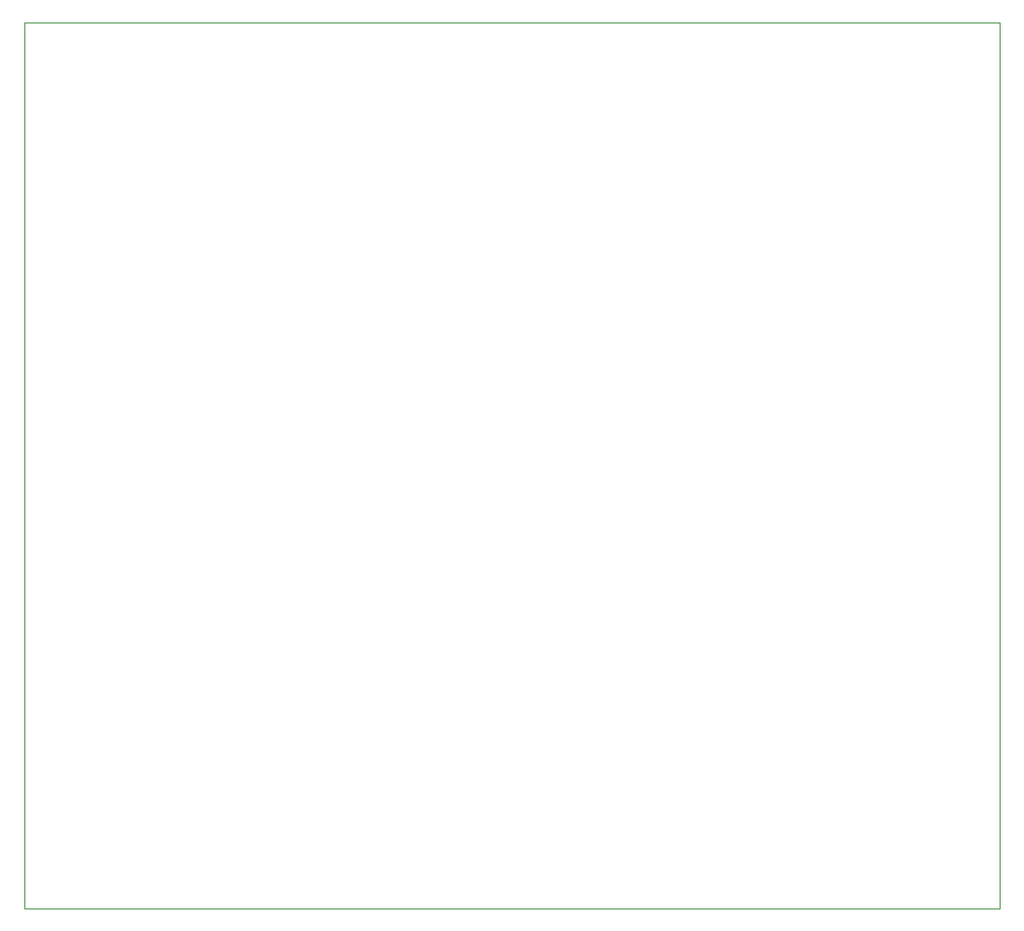
<source format=gbr>
%TF.GenerationSoftware,KiCad,Pcbnew,9.0.4*%
%TF.CreationDate,2025-11-03T20:32:51+05:30*%
%TF.ProjectId,BikeSSv2,42696b65-5353-4763-922e-6b696361645f,rev?*%
%TF.SameCoordinates,Original*%
%TF.FileFunction,Profile,NP*%
%FSLAX46Y46*%
G04 Gerber Fmt 4.6, Leading zero omitted, Abs format (unit mm)*
G04 Created by KiCad (PCBNEW 9.0.4) date 2025-11-03 20:32:51*
%MOMM*%
%LPD*%
G01*
G04 APERTURE LIST*
%TA.AperFunction,Profile*%
%ADD10C,0.050000*%
%TD*%
G04 APERTURE END LIST*
D10*
X55000000Y-77000000D02*
X143000000Y-77000000D01*
X143000000Y-157000000D01*
X55000000Y-157000000D01*
X55000000Y-77000000D01*
M02*

</source>
